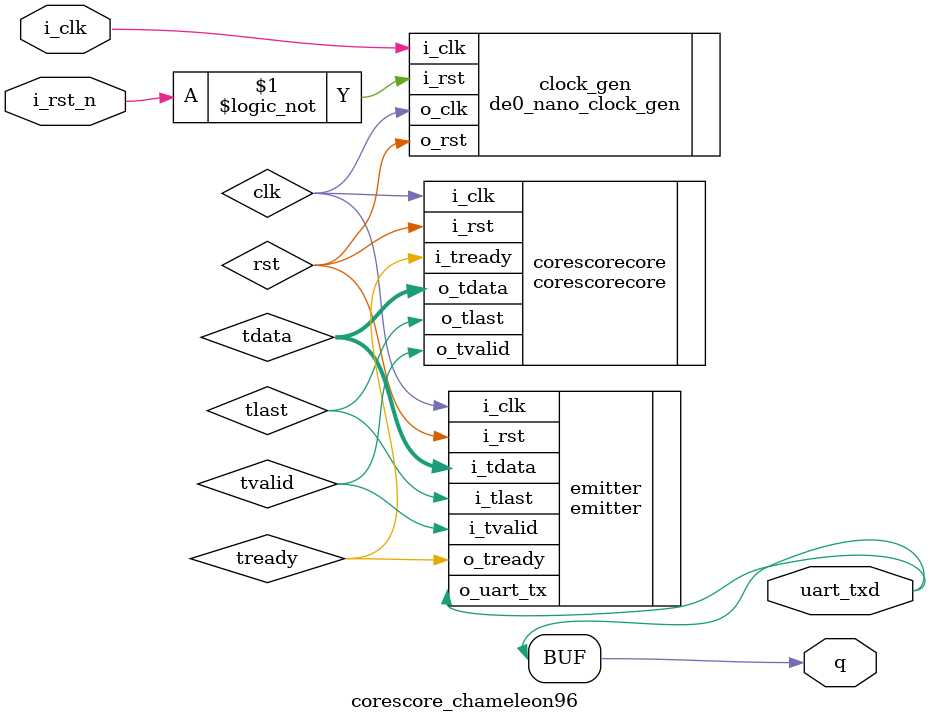
<source format=v>
`default_nettype none
module corescore_chameleon96
(
 input wire  i_clk,
 input wire  i_rst_n,
 output wire q,
 output wire uart_txd);

   wire      clk;
   wire      rst;

   //Mirror UART output to LED
   assign q = uart_txd;

   de0_nano_clock_gen clock_gen
     (.i_clk (i_clk),
      .i_rst (!i_rst_n),
      .o_clk (clk),
      .o_rst (rst));

   parameter memfile_emitter = "emitter.hex";

   wire [7:0]  tdata;
   wire        tlast;
   wire        tvalid;
   wire        tready;

   corescorecore corescorecore
     (.i_clk     (clk),
      .i_rst     (rst),
      .o_tdata   (tdata),
      .o_tlast   (tlast),
      .o_tvalid  (tvalid),
      .i_tready  (tready));

   emitter #(.memfile (memfile_emitter)) emitter
     (.i_clk     (clk),
      .i_rst     (rst),
      .i_tdata   (tdata),
      .i_tlast   (tlast),
      .i_tvalid  (tvalid),
      .o_tready  (tready),
      .o_uart_tx (uart_txd));

endmodule

</source>
